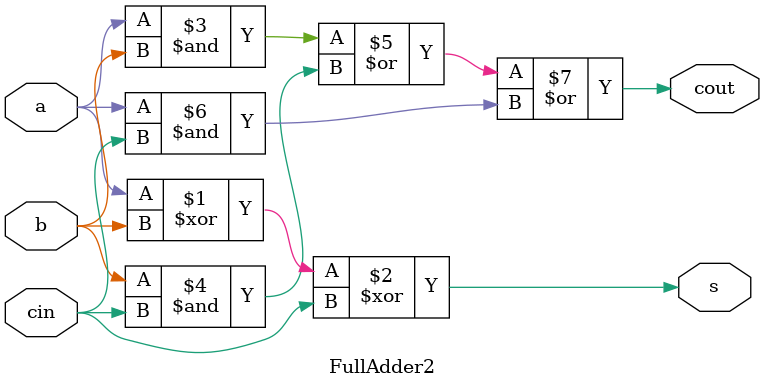
<source format=sv>
module FullAdder2(input logic a,b,cin , output logic s,cout);
assign s = a ^ b ^ cin;
assign cout = (a & b) | (b & cin) | (a & cin);
endmodule
</source>
